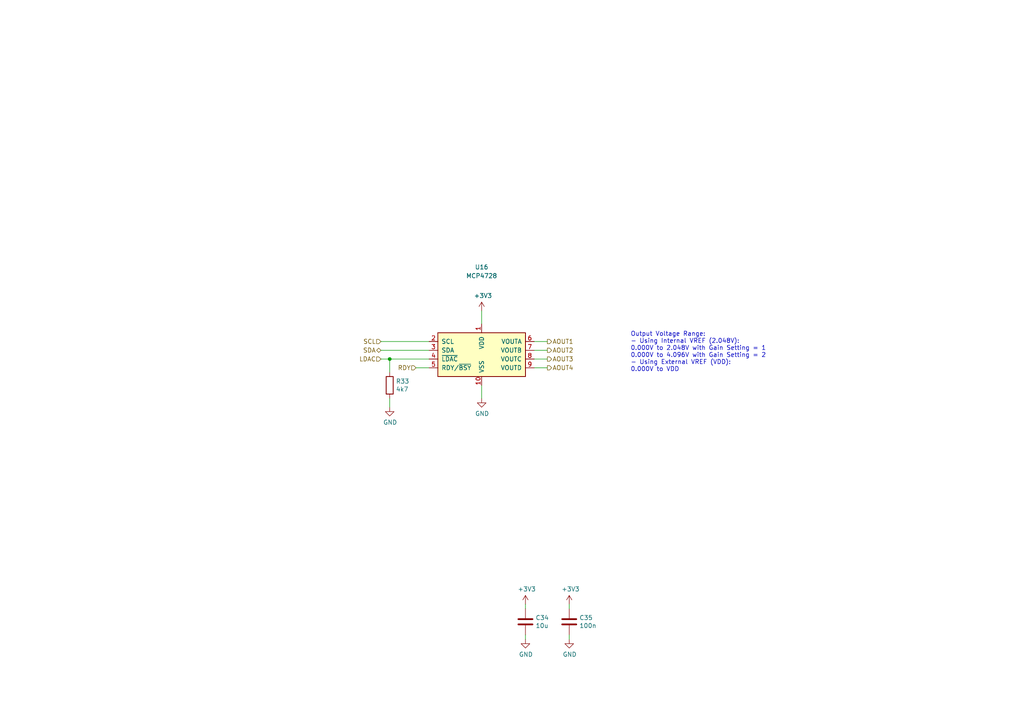
<source format=kicad_sch>
(kicad_sch (version 20211123) (generator eeschema)

  (uuid 810d1828-323c-409a-960d-456fda8be10a)

  (paper "A4")

  (lib_symbols
    (symbol "Analog_DAC:MCP4728" (pin_names (offset 1.016)) (in_bom yes) (on_board yes)
      (property "Reference" "U" (id 0) (at -12.7 6.35 0)
        (effects (font (size 1.27 1.27)) (justify left))
      )
      (property "Value" "MCP4728" (id 1) (at 12.7 6.35 0)
        (effects (font (size 1.27 1.27)) (justify right))
      )
      (property "Footprint" "Package_SO:MSOP-10_3x3mm_P0.5mm" (id 2) (at 0 -15.24 0)
        (effects (font (size 1.27 1.27)) hide)
      )
      (property "Datasheet" "http://ww1.microchip.com/downloads/en/DeviceDoc/22187E.pdf" (id 3) (at 0 6.35 0)
        (effects (font (size 1.27 1.27)) hide)
      )
      (property "ki_keywords" "dac i2c" (id 4) (at 0 0 0)
        (effects (font (size 1.27 1.27)) hide)
      )
      (property "ki_description" "12-bit digital to analog converter, quad output, 2.048V internal reference, integrated EEPROM, I2C interface" (id 5) (at 0 0 0)
        (effects (font (size 1.27 1.27)) hide)
      )
      (property "ki_fp_filters" "*SOP*3x3mm*P0.5mm*" (id 6) (at 0 0 0)
        (effects (font (size 1.27 1.27)) hide)
      )
      (symbol "MCP4728_0_1"
        (rectangle (start -12.7 5.08) (end 12.7 -7.62)
          (stroke (width 0.254) (type default) (color 0 0 0 0))
          (fill (type background))
        )
      )
      (symbol "MCP4728_1_1"
        (pin power_in line (at 0 7.62 270) (length 2.54)
          (name "VDD" (effects (font (size 1.27 1.27))))
          (number "1" (effects (font (size 1.27 1.27))))
        )
        (pin power_in line (at 0 -10.16 90) (length 2.54)
          (name "VSS" (effects (font (size 1.27 1.27))))
          (number "10" (effects (font (size 1.27 1.27))))
        )
        (pin input line (at -15.24 2.54 0) (length 2.54)
          (name "SCL" (effects (font (size 1.27 1.27))))
          (number "2" (effects (font (size 1.27 1.27))))
        )
        (pin bidirectional line (at -15.24 0 0) (length 2.54)
          (name "SDA" (effects (font (size 1.27 1.27))))
          (number "3" (effects (font (size 1.27 1.27))))
        )
        (pin input line (at -15.24 -2.54 0) (length 2.54)
          (name "~{LDAC}" (effects (font (size 1.27 1.27))))
          (number "4" (effects (font (size 1.27 1.27))))
        )
        (pin output line (at -15.24 -5.08 0) (length 2.54)
          (name "RDY/~{BSY}" (effects (font (size 1.27 1.27))))
          (number "5" (effects (font (size 1.27 1.27))))
        )
        (pin output line (at 15.24 2.54 180) (length 2.54)
          (name "VOUTA" (effects (font (size 1.27 1.27))))
          (number "6" (effects (font (size 1.27 1.27))))
        )
        (pin output line (at 15.24 0 180) (length 2.54)
          (name "VOUTB" (effects (font (size 1.27 1.27))))
          (number "7" (effects (font (size 1.27 1.27))))
        )
        (pin output line (at 15.24 -2.54 180) (length 2.54)
          (name "VOUTC" (effects (font (size 1.27 1.27))))
          (number "8" (effects (font (size 1.27 1.27))))
        )
        (pin output line (at 15.24 -5.08 180) (length 2.54)
          (name "VOUTD" (effects (font (size 1.27 1.27))))
          (number "9" (effects (font (size 1.27 1.27))))
        )
      )
    )
    (symbol "Device:C" (pin_numbers hide) (pin_names (offset 0.254)) (in_bom yes) (on_board yes)
      (property "Reference" "C" (id 0) (at 0.635 2.54 0)
        (effects (font (size 1.27 1.27)) (justify left))
      )
      (property "Value" "C" (id 1) (at 0.635 -2.54 0)
        (effects (font (size 1.27 1.27)) (justify left))
      )
      (property "Footprint" "" (id 2) (at 0.9652 -3.81 0)
        (effects (font (size 1.27 1.27)) hide)
      )
      (property "Datasheet" "~" (id 3) (at 0 0 0)
        (effects (font (size 1.27 1.27)) hide)
      )
      (property "ki_keywords" "cap capacitor" (id 4) (at 0 0 0)
        (effects (font (size 1.27 1.27)) hide)
      )
      (property "ki_description" "Unpolarized capacitor" (id 5) (at 0 0 0)
        (effects (font (size 1.27 1.27)) hide)
      )
      (property "ki_fp_filters" "C_*" (id 6) (at 0 0 0)
        (effects (font (size 1.27 1.27)) hide)
      )
      (symbol "C_0_1"
        (polyline
          (pts
            (xy -2.032 -0.762)
            (xy 2.032 -0.762)
          )
          (stroke (width 0.508) (type default) (color 0 0 0 0))
          (fill (type none))
        )
        (polyline
          (pts
            (xy -2.032 0.762)
            (xy 2.032 0.762)
          )
          (stroke (width 0.508) (type default) (color 0 0 0 0))
          (fill (type none))
        )
      )
      (symbol "C_1_1"
        (pin passive line (at 0 3.81 270) (length 2.794)
          (name "~" (effects (font (size 1.27 1.27))))
          (number "1" (effects (font (size 1.27 1.27))))
        )
        (pin passive line (at 0 -3.81 90) (length 2.794)
          (name "~" (effects (font (size 1.27 1.27))))
          (number "2" (effects (font (size 1.27 1.27))))
        )
      )
    )
    (symbol "Device:R" (pin_numbers hide) (pin_names (offset 0)) (in_bom yes) (on_board yes)
      (property "Reference" "R" (id 0) (at 2.032 0 90)
        (effects (font (size 1.27 1.27)))
      )
      (property "Value" "R" (id 1) (at 0 0 90)
        (effects (font (size 1.27 1.27)))
      )
      (property "Footprint" "" (id 2) (at -1.778 0 90)
        (effects (font (size 1.27 1.27)) hide)
      )
      (property "Datasheet" "~" (id 3) (at 0 0 0)
        (effects (font (size 1.27 1.27)) hide)
      )
      (property "ki_keywords" "R res resistor" (id 4) (at 0 0 0)
        (effects (font (size 1.27 1.27)) hide)
      )
      (property "ki_description" "Resistor" (id 5) (at 0 0 0)
        (effects (font (size 1.27 1.27)) hide)
      )
      (property "ki_fp_filters" "R_*" (id 6) (at 0 0 0)
        (effects (font (size 1.27 1.27)) hide)
      )
      (symbol "R_0_1"
        (rectangle (start -1.016 -2.54) (end 1.016 2.54)
          (stroke (width 0.254) (type default) (color 0 0 0 0))
          (fill (type none))
        )
      )
      (symbol "R_1_1"
        (pin passive line (at 0 3.81 270) (length 1.27)
          (name "~" (effects (font (size 1.27 1.27))))
          (number "1" (effects (font (size 1.27 1.27))))
        )
        (pin passive line (at 0 -3.81 90) (length 1.27)
          (name "~" (effects (font (size 1.27 1.27))))
          (number "2" (effects (font (size 1.27 1.27))))
        )
      )
    )
    (symbol "power:+3V3" (power) (pin_names (offset 0)) (in_bom yes) (on_board yes)
      (property "Reference" "#PWR" (id 0) (at 0 -3.81 0)
        (effects (font (size 1.27 1.27)) hide)
      )
      (property "Value" "+3V3" (id 1) (at 0 3.556 0)
        (effects (font (size 1.27 1.27)))
      )
      (property "Footprint" "" (id 2) (at 0 0 0)
        (effects (font (size 1.27 1.27)) hide)
      )
      (property "Datasheet" "" (id 3) (at 0 0 0)
        (effects (font (size 1.27 1.27)) hide)
      )
      (property "ki_keywords" "power-flag" (id 4) (at 0 0 0)
        (effects (font (size 1.27 1.27)) hide)
      )
      (property "ki_description" "Power symbol creates a global label with name \"+3V3\"" (id 5) (at 0 0 0)
        (effects (font (size 1.27 1.27)) hide)
      )
      (symbol "+3V3_0_1"
        (polyline
          (pts
            (xy -0.762 1.27)
            (xy 0 2.54)
          )
          (stroke (width 0) (type default) (color 0 0 0 0))
          (fill (type none))
        )
        (polyline
          (pts
            (xy 0 0)
            (xy 0 2.54)
          )
          (stroke (width 0) (type default) (color 0 0 0 0))
          (fill (type none))
        )
        (polyline
          (pts
            (xy 0 2.54)
            (xy 0.762 1.27)
          )
          (stroke (width 0) (type default) (color 0 0 0 0))
          (fill (type none))
        )
      )
      (symbol "+3V3_1_1"
        (pin power_in line (at 0 0 90) (length 0) hide
          (name "+3V3" (effects (font (size 1.27 1.27))))
          (number "1" (effects (font (size 1.27 1.27))))
        )
      )
    )
    (symbol "power:GND" (power) (pin_names (offset 0)) (in_bom yes) (on_board yes)
      (property "Reference" "#PWR" (id 0) (at 0 -6.35 0)
        (effects (font (size 1.27 1.27)) hide)
      )
      (property "Value" "GND" (id 1) (at 0 -3.81 0)
        (effects (font (size 1.27 1.27)))
      )
      (property "Footprint" "" (id 2) (at 0 0 0)
        (effects (font (size 1.27 1.27)) hide)
      )
      (property "Datasheet" "" (id 3) (at 0 0 0)
        (effects (font (size 1.27 1.27)) hide)
      )
      (property "ki_keywords" "power-flag" (id 4) (at 0 0 0)
        (effects (font (size 1.27 1.27)) hide)
      )
      (property "ki_description" "Power symbol creates a global label with name \"GND\" , ground" (id 5) (at 0 0 0)
        (effects (font (size 1.27 1.27)) hide)
      )
      (symbol "GND_0_1"
        (polyline
          (pts
            (xy 0 0)
            (xy 0 -1.27)
            (xy 1.27 -1.27)
            (xy 0 -2.54)
            (xy -1.27 -1.27)
            (xy 0 -1.27)
          )
          (stroke (width 0) (type default) (color 0 0 0 0))
          (fill (type none))
        )
      )
      (symbol "GND_1_1"
        (pin power_in line (at 0 0 270) (length 0) hide
          (name "GND" (effects (font (size 1.27 1.27))))
          (number "1" (effects (font (size 1.27 1.27))))
        )
      )
    )
  )

  (junction (at 113.03 104.14) (diameter 0) (color 0 0 0 0)
    (uuid 30a2b3fb-f483-4182-990e-755a90fb89ce)
  )

  (wire (pts (xy 165.1 184.15) (xy 165.1 185.42))
    (stroke (width 0) (type default) (color 0 0 0 0))
    (uuid 00627221-b0fd-448e-b5a6-250d249697c2)
  )
  (wire (pts (xy 113.03 104.14) (xy 113.03 107.95))
    (stroke (width 0) (type default) (color 0 0 0 0))
    (uuid 1ba3e338-9465-4844-8361-6715d7885c15)
  )
  (wire (pts (xy 120.65 106.68) (xy 124.46 106.68))
    (stroke (width 0) (type default) (color 0 0 0 0))
    (uuid 34d3baf1-c1a6-463d-a7da-03fde565ea93)
  )
  (wire (pts (xy 110.49 99.06) (xy 124.46 99.06))
    (stroke (width 0) (type default) (color 0 0 0 0))
    (uuid 3f1d3b22-3ba1-4783-af8d-526bce7c36db)
  )
  (wire (pts (xy 165.1 176.53) (xy 165.1 175.26))
    (stroke (width 0) (type default) (color 0 0 0 0))
    (uuid 4687c479-536f-4d7c-9d3c-04c9b426c43c)
  )
  (wire (pts (xy 154.94 104.14) (xy 158.75 104.14))
    (stroke (width 0) (type default) (color 0 0 0 0))
    (uuid 513c5122-3fbb-44b6-aa2c-74224719f915)
  )
  (wire (pts (xy 110.49 101.6) (xy 124.46 101.6))
    (stroke (width 0) (type default) (color 0 0 0 0))
    (uuid 5da06777-0696-4bb2-8c9a-78c96b4b3e90)
  )
  (wire (pts (xy 152.4 176.53) (xy 152.4 175.26))
    (stroke (width 0) (type default) (color 0 0 0 0))
    (uuid 60a7dcc1-b459-4b69-be02-f48b66a815f0)
  )
  (wire (pts (xy 110.49 104.14) (xy 113.03 104.14))
    (stroke (width 0) (type default) (color 0 0 0 0))
    (uuid 73d0c6d2-0d0a-4e57-8a36-5402c8ebfec1)
  )
  (wire (pts (xy 139.7 90.17) (xy 139.7 93.98))
    (stroke (width 0) (type default) (color 0 0 0 0))
    (uuid 7f7833f4-976f-4a80-99c4-69f2976ed565)
  )
  (wire (pts (xy 158.75 101.6) (xy 154.94 101.6))
    (stroke (width 0) (type default) (color 0 0 0 0))
    (uuid a8470270-920a-4fed-9691-22526135f92c)
  )
  (wire (pts (xy 113.03 104.14) (xy 124.46 104.14))
    (stroke (width 0) (type default) (color 0 0 0 0))
    (uuid d0152625-a1b4-439f-8edf-7556e19e5b26)
  )
  (wire (pts (xy 113.03 118.11) (xy 113.03 115.57))
    (stroke (width 0) (type default) (color 0 0 0 0))
    (uuid d316b729-072f-4d15-a495-cbeb8407aea0)
  )
  (wire (pts (xy 139.7 111.76) (xy 139.7 115.57))
    (stroke (width 0) (type default) (color 0 0 0 0))
    (uuid e5f06cd2-492e-41b2-8ded-13a3fa1042bb)
  )
  (wire (pts (xy 154.94 99.06) (xy 158.75 99.06))
    (stroke (width 0) (type default) (color 0 0 0 0))
    (uuid ec7073f7-f754-4ee6-a977-3d11d16480f8)
  )
  (wire (pts (xy 158.75 106.68) (xy 154.94 106.68))
    (stroke (width 0) (type default) (color 0 0 0 0))
    (uuid f99552ce-0729-4ada-aef3-5686270d7c4d)
  )
  (wire (pts (xy 152.4 184.15) (xy 152.4 185.42))
    (stroke (width 0) (type default) (color 0 0 0 0))
    (uuid fbca7d5b-4a19-4f46-9697-74b3068179aa)
  )

  (text "Output Voltage Range:\n- Using Internal VREF (2.048V):\n0.000V to 2.048V with Gain Setting = 1\n0.000V to 4.096V with Gain Setting = 2\n- Using External VREF (VDD):\n0.000V to VDD"
    (at 182.88 107.95 0)
    (effects (font (size 1.27 1.27)) (justify left bottom))
    (uuid f6f6218f-3ffb-4a4c-9e09-f02fa0d59ec7)
  )

  (hierarchical_label "AOUT2" (shape output) (at 158.75 101.6 0)
    (effects (font (size 1.27 1.27)) (justify left))
    (uuid 1bb16fed-1537-47fa-90f6-8dc136da5d16)
  )
  (hierarchical_label "AOUT4" (shape output) (at 158.75 106.68 0)
    (effects (font (size 1.27 1.27)) (justify left))
    (uuid 1d801ac4-6429-45d9-ad70-9dd82bd9c030)
  )
  (hierarchical_label "SCL" (shape input) (at 110.49 99.06 180)
    (effects (font (size 1.27 1.27)) (justify right))
    (uuid 33e40dd5-556d-4de0-ab08-235c61b7ba9f)
  )
  (hierarchical_label "SDA" (shape bidirectional) (at 110.49 101.6 180)
    (effects (font (size 1.27 1.27)) (justify right))
    (uuid 3a568413-17bd-4a87-b1ac-928e77fa1b6a)
  )
  (hierarchical_label "AOUT1" (shape output) (at 158.75 99.06 0)
    (effects (font (size 1.27 1.27)) (justify left))
    (uuid 914a2046-646f-4d53-b355-ce2139e25907)
  )
  (hierarchical_label "RDY" (shape input) (at 120.65 106.68 180)
    (effects (font (size 1.27 1.27)) (justify right))
    (uuid b45faf1e-b7a2-4d73-9833-db84a2fde78b)
  )
  (hierarchical_label "AOUT3" (shape output) (at 158.75 104.14 0)
    (effects (font (size 1.27 1.27)) (justify left))
    (uuid dd01ca49-c8a2-4580-af9a-2e9bce9769bc)
  )
  (hierarchical_label "LDAC" (shape input) (at 110.49 104.14 180)
    (effects (font (size 1.27 1.27)) (justify right))
    (uuid f88265e8-a27a-4259-b3ad-7df91a571c60)
  )

  (symbol (lib_id "power:+3V3") (at 139.7 90.17 0) (unit 1)
    (in_bom yes) (on_board yes)
    (uuid 00000000-0000-0000-0000-0000617036be)
    (property "Reference" "#PWR0136" (id 0) (at 139.7 93.98 0)
      (effects (font (size 1.27 1.27)) hide)
    )
    (property "Value" "+3V3" (id 1) (at 140.081 85.7758 0))
    (property "Footprint" "" (id 2) (at 139.7 90.17 0)
      (effects (font (size 1.27 1.27)) hide)
    )
    (property "Datasheet" "" (id 3) (at 139.7 90.17 0)
      (effects (font (size 1.27 1.27)) hide)
    )
    (pin "1" (uuid dfb6181b-227c-4467-9076-373923544b82))
  )

  (symbol (lib_id "power:GND") (at 139.7 115.57 0) (unit 1)
    (in_bom yes) (on_board yes)
    (uuid 00000000-0000-0000-0000-000061703b83)
    (property "Reference" "#PWR0137" (id 0) (at 139.7 121.92 0)
      (effects (font (size 1.27 1.27)) hide)
    )
    (property "Value" "GND" (id 1) (at 139.827 119.9642 0))
    (property "Footprint" "" (id 2) (at 139.7 115.57 0)
      (effects (font (size 1.27 1.27)) hide)
    )
    (property "Datasheet" "" (id 3) (at 139.7 115.57 0)
      (effects (font (size 1.27 1.27)) hide)
    )
    (pin "1" (uuid 27236bdf-991e-41c6-992a-21ad6f0e80e6))
  )

  (symbol (lib_id "power:GND") (at 165.1 185.42 0) (unit 1)
    (in_bom yes) (on_board yes)
    (uuid 00000000-0000-0000-0000-000061704895)
    (property "Reference" "#PWR0142" (id 0) (at 165.1 191.77 0)
      (effects (font (size 1.27 1.27)) hide)
    )
    (property "Value" "GND" (id 1) (at 165.227 189.8142 0))
    (property "Footprint" "" (id 2) (at 165.1 185.42 0)
      (effects (font (size 1.27 1.27)) hide)
    )
    (property "Datasheet" "" (id 3) (at 165.1 185.42 0)
      (effects (font (size 1.27 1.27)) hide)
    )
    (pin "1" (uuid 1b9ec60b-f0af-4da0-89d1-751564a38c18))
  )

  (symbol (lib_id "power:+3V3") (at 165.1 175.26 0) (unit 1)
    (in_bom yes) (on_board yes)
    (uuid 00000000-0000-0000-0000-000061704c5c)
    (property "Reference" "#PWR0140" (id 0) (at 165.1 179.07 0)
      (effects (font (size 1.27 1.27)) hide)
    )
    (property "Value" "+3V3" (id 1) (at 165.481 170.8658 0))
    (property "Footprint" "" (id 2) (at 165.1 175.26 0)
      (effects (font (size 1.27 1.27)) hide)
    )
    (property "Datasheet" "" (id 3) (at 165.1 175.26 0)
      (effects (font (size 1.27 1.27)) hide)
    )
    (pin "1" (uuid a1709084-e10e-49da-b184-a760d0e8ebfa))
  )

  (symbol (lib_id "Device:C") (at 165.1 180.34 0) (unit 1)
    (in_bom yes) (on_board yes)
    (uuid 00000000-0000-0000-0000-000061704d34)
    (property "Reference" "C35" (id 0) (at 168.021 179.1716 0)
      (effects (font (size 1.27 1.27)) (justify left))
    )
    (property "Value" "100n" (id 1) (at 168.021 181.483 0)
      (effects (font (size 1.27 1.27)) (justify left))
    )
    (property "Footprint" "Capacitor_SMD:C_0603_1608Metric" (id 2) (at 166.0652 184.15 0)
      (effects (font (size 1.27 1.27)) hide)
    )
    (property "Datasheet" "~" (id 3) (at 165.1 180.34 0)
      (effects (font (size 1.27 1.27)) hide)
    )
    (pin "1" (uuid b3d85781-ca2a-4768-87d1-0f26f0315c44))
    (pin "2" (uuid bb4d5a13-94ce-495a-bfcd-c7d4648e0248))
  )

  (symbol (lib_id "Device:R") (at 113.03 111.76 0) (unit 1)
    (in_bom yes) (on_board yes)
    (uuid 00000000-0000-0000-0000-00006170cad9)
    (property "Reference" "R33" (id 0) (at 114.808 110.5916 0)
      (effects (font (size 1.27 1.27)) (justify left))
    )
    (property "Value" "4k7" (id 1) (at 114.808 112.903 0)
      (effects (font (size 1.27 1.27)) (justify left))
    )
    (property "Footprint" "Resistor_SMD:R_0603_1608Metric" (id 2) (at 111.252 111.76 90)
      (effects (font (size 1.27 1.27)) hide)
    )
    (property "Datasheet" "~" (id 3) (at 113.03 111.76 0)
      (effects (font (size 1.27 1.27)) hide)
    )
    (pin "1" (uuid 5a88c3ca-46f9-43b3-85ca-af59be856a77))
    (pin "2" (uuid da9cf1d9-cc4c-4c81-b499-efff9ab62206))
  )

  (symbol (lib_id "power:GND") (at 113.03 118.11 0) (unit 1)
    (in_bom yes) (on_board yes)
    (uuid 00000000-0000-0000-0000-00006170cdc9)
    (property "Reference" "#PWR0138" (id 0) (at 113.03 124.46 0)
      (effects (font (size 1.27 1.27)) hide)
    )
    (property "Value" "GND" (id 1) (at 113.157 122.5042 0))
    (property "Footprint" "" (id 2) (at 113.03 118.11 0)
      (effects (font (size 1.27 1.27)) hide)
    )
    (property "Datasheet" "" (id 3) (at 113.03 118.11 0)
      (effects (font (size 1.27 1.27)) hide)
    )
    (pin "1" (uuid 5d098867-a1a8-412b-b7ce-8e0773c84122))
  )

  (symbol (lib_id "Analog_DAC:MCP4728") (at 139.7 101.6 0) (unit 1)
    (in_bom yes) (on_board yes)
    (uuid 00000000-0000-0000-0000-0000624001fa)
    (property "Reference" "U16" (id 0) (at 139.7 77.47 0))
    (property "Value" "MCP4728" (id 1) (at 139.7 80.01 0))
    (property "Footprint" "Package_SO:MSOP-10_3x3mm_P0.5mm" (id 2) (at 139.7 116.84 0)
      (effects (font (size 1.27 1.27)) hide)
    )
    (property "Datasheet" "http://ww1.microchip.com/downloads/en/DeviceDoc/22187E.pdf" (id 3) (at 139.7 95.25 0)
      (effects (font (size 1.27 1.27)) hide)
    )
    (pin "1" (uuid f92e8be4-0e71-424a-9465-99a27b9ddd38))
    (pin "10" (uuid d4037fa5-0cd6-4a9e-a4cb-95e05485ec79))
    (pin "2" (uuid 15538a83-4ae4-454c-a4fb-d291e402df6c))
    (pin "3" (uuid ffa1a7b5-0025-43f0-af20-c199cba6b86f))
    (pin "4" (uuid 2564daff-866d-4158-82a6-4ab8fc331f70))
    (pin "5" (uuid 6b21a68b-2c7a-46e4-9118-8ba706e8d4b5))
    (pin "6" (uuid 2b629de8-a7b0-4d67-9b54-0b345dff9c5a))
    (pin "7" (uuid 675e7ac0-6400-4c1c-9d8a-2b5aa7b18372))
    (pin "8" (uuid 871387d4-aeed-4c47-8e5c-9834e0e4e61e))
    (pin "9" (uuid 4c1244b9-b1dd-4e41-8a5c-449044de3255))
  )

  (symbol (lib_id "power:GND") (at 152.4 185.42 0) (unit 1)
    (in_bom yes) (on_board yes)
    (uuid 00000000-0000-0000-0000-000062422546)
    (property "Reference" "#PWR0141" (id 0) (at 152.4 191.77 0)
      (effects (font (size 1.27 1.27)) hide)
    )
    (property "Value" "GND" (id 1) (at 152.527 189.8142 0))
    (property "Footprint" "" (id 2) (at 152.4 185.42 0)
      (effects (font (size 1.27 1.27)) hide)
    )
    (property "Datasheet" "" (id 3) (at 152.4 185.42 0)
      (effects (font (size 1.27 1.27)) hide)
    )
    (pin "1" (uuid 3357e289-9dc1-4db7-ae6a-7b31bbe98eb8))
  )

  (symbol (lib_id "power:+3V3") (at 152.4 175.26 0) (unit 1)
    (in_bom yes) (on_board yes)
    (uuid 00000000-0000-0000-0000-00006242254c)
    (property "Reference" "#PWR0139" (id 0) (at 152.4 179.07 0)
      (effects (font (size 1.27 1.27)) hide)
    )
    (property "Value" "+3V3" (id 1) (at 152.781 170.8658 0))
    (property "Footprint" "" (id 2) (at 152.4 175.26 0)
      (effects (font (size 1.27 1.27)) hide)
    )
    (property "Datasheet" "" (id 3) (at 152.4 175.26 0)
      (effects (font (size 1.27 1.27)) hide)
    )
    (pin "1" (uuid ed656216-6c7f-4de4-9ec8-00e3a6cee187))
  )

  (symbol (lib_id "Device:C") (at 152.4 180.34 0) (unit 1)
    (in_bom yes) (on_board yes)
    (uuid 00000000-0000-0000-0000-000062422552)
    (property "Reference" "C34" (id 0) (at 155.321 179.1716 0)
      (effects (font (size 1.27 1.27)) (justify left))
    )
    (property "Value" "10u" (id 1) (at 155.321 181.483 0)
      (effects (font (size 1.27 1.27)) (justify left))
    )
    (property "Footprint" "Capacitor_SMD:C_0805_2012Metric" (id 2) (at 153.3652 184.15 0)
      (effects (font (size 1.27 1.27)) hide)
    )
    (property "Datasheet" "~" (id 3) (at 152.4 180.34 0)
      (effects (font (size 1.27 1.27)) hide)
    )
    (pin "1" (uuid f3da3f13-0eeb-4498-bc37-f1f931a4d222))
    (pin "2" (uuid 256352e6-0224-4a76-b6b9-9c912bc4437a))
  )
)

</source>
